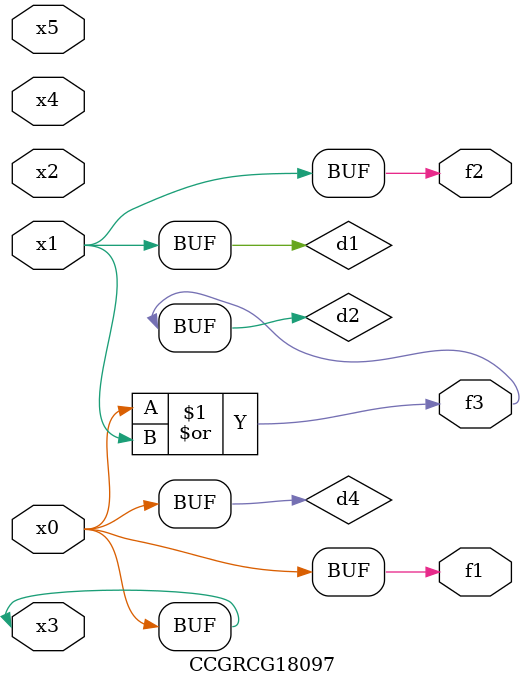
<source format=v>
module CCGRCG18097(
	input x0, x1, x2, x3, x4, x5,
	output f1, f2, f3
);

	wire d1, d2, d3, d4;

	and (d1, x1);
	or (d2, x0, x1);
	nand (d3, x0, x5);
	buf (d4, x0, x3);
	assign f1 = d4;
	assign f2 = d1;
	assign f3 = d2;
endmodule

</source>
